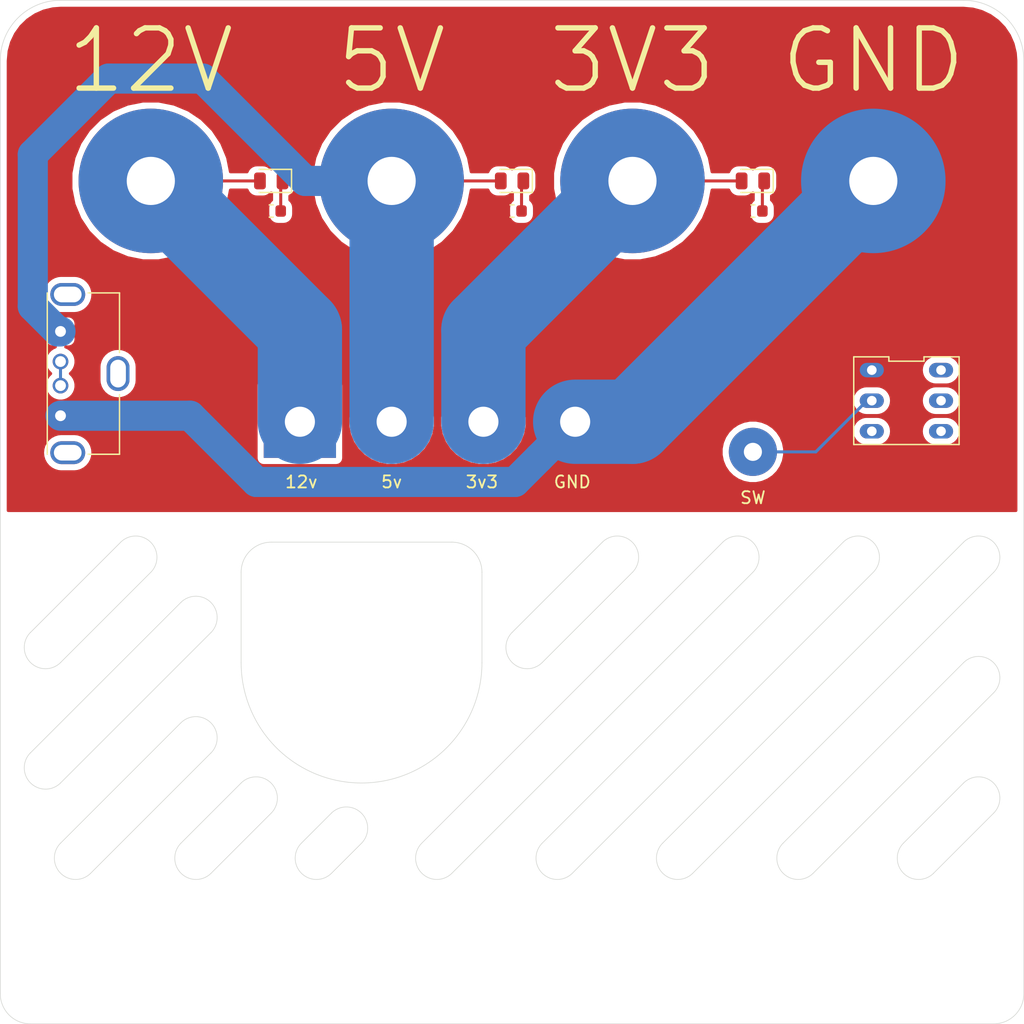
<source format=kicad_pcb>
(kicad_pcb (version 20171130) (host pcbnew "(5.1.5-0-10_14)")

  (general
    (thickness 1.6)
    (drawings 67)
    (tracks 32)
    (zones 0)
    (modules 16)
    (nets 11)
  )

  (page A4)
  (layers
    (0 F.Cu signal)
    (31 B.Cu signal)
    (32 B.Adhes user)
    (33 F.Adhes user)
    (34 B.Paste user)
    (35 F.Paste user)
    (36 B.SilkS user)
    (37 F.SilkS user)
    (38 B.Mask user)
    (39 F.Mask user)
    (40 Dwgs.User user)
    (41 Cmts.User user)
    (42 Eco1.User user)
    (43 Eco2.User user)
    (44 Edge.Cuts user)
    (45 Margin user)
    (46 B.CrtYd user)
    (47 F.CrtYd user)
    (48 B.Fab user)
    (49 F.Fab user)
  )

  (setup
    (last_trace_width 0.25)
    (user_trace_width 2.5)
    (user_trace_width 5)
    (user_trace_width 7)
    (user_trace_width 10)
    (trace_clearance 0.2)
    (zone_clearance 0.508)
    (zone_45_only no)
    (trace_min 0.2)
    (via_size 0.8)
    (via_drill 0.4)
    (via_min_size 0.4)
    (via_min_drill 0.3)
    (uvia_size 0.3)
    (uvia_drill 0.1)
    (uvias_allowed no)
    (uvia_min_size 0.2)
    (uvia_min_drill 0.1)
    (edge_width 0.05)
    (segment_width 0.2)
    (pcb_text_width 0.3)
    (pcb_text_size 1.5 1.5)
    (mod_edge_width 0.12)
    (mod_text_size 1 1)
    (mod_text_width 0.15)
    (pad_size 1.524 1.524)
    (pad_drill 0.762)
    (pad_to_mask_clearance 0.051)
    (solder_mask_min_width 0.25)
    (aux_axis_origin 0 0)
    (visible_elements FFFFFF7F)
    (pcbplotparams
      (layerselection 0x010fc_ffffffff)
      (usegerberextensions false)
      (usegerberattributes false)
      (usegerberadvancedattributes false)
      (creategerberjobfile false)
      (excludeedgelayer true)
      (linewidth 0.100000)
      (plotframeref false)
      (viasonmask false)
      (mode 1)
      (useauxorigin false)
      (hpglpennumber 1)
      (hpglpenspeed 20)
      (hpglpendiameter 15.000000)
      (psnegative false)
      (psa4output false)
      (plotreference true)
      (plotvalue true)
      (plotinvisibletext false)
      (padsonsilk false)
      (subtractmaskfromsilk false)
      (outputformat 1)
      (mirror false)
      (drillshape 1)
      (scaleselection 1)
      (outputdirectory ""))
  )

  (net 0 "")
  (net 1 "Net-(D1-Pad1)")
  (net 2 "Net-(D2-Pad1)")
  (net 3 "Net-(D3-Pad1)")
  (net 4 "Net-(J6-Pad1)")
  (net 5 "Net-(J7-Pad5)")
  (net 6 "Net-(J7-Pad2)")
  (net 7 GND)
  (net 8 /12V)
  (net 9 /5V)
  (net 10 /3V3)

  (net_class Default "This is the default net class."
    (clearance 0.2)
    (trace_width 0.25)
    (via_dia 0.8)
    (via_drill 0.4)
    (uvia_dia 0.3)
    (uvia_drill 0.1)
    (add_net /12V)
    (add_net /3V3)
    (add_net /5V)
    (add_net GND)
    (add_net "Net-(D1-Pad1)")
    (add_net "Net-(D2-Pad1)")
    (add_net "Net-(D3-Pad1)")
    (add_net "Net-(J6-Pad1)")
    (add_net "Net-(J7-Pad2)")
    (add_net "Net-(J7-Pad5)")
  )

  (module HW-lab-power:552-0100 (layer F.Cu) (tedit 5E135D51) (tstamp 5E13951E)
    (at 180 72.5)
    (path /5E134F91)
    (fp_text reference J4 (at 0 0.5) (layer F.SilkS) hide
      (effects (font (size 1 1) (thickness 0.15)))
    )
    (fp_text value GND (at 0 -0.5) (layer F.Fab)
      (effects (font (size 1 1) (thickness 0.15)))
    )
    (pad 1 thru_hole circle (at 0 0) (size 12 12) (drill 4) (layers *.Cu *.Mask)
      (net 7 GND))
  )

  (module HW-lab-power:552-0100 (layer F.Cu) (tedit 5E135D51) (tstamp 5E13939E)
    (at 160 72.5)
    (path /5E134B30)
    (fp_text reference J3 (at 0 0.5) (layer F.SilkS) hide
      (effects (font (size 1 1) (thickness 0.15)))
    )
    (fp_text value +3V3 (at 0 -0.5) (layer F.Fab)
      (effects (font (size 1 1) (thickness 0.15)))
    )
    (pad 1 thru_hole circle (at 0 0) (size 12 12) (drill 4) (layers *.Cu *.Mask)
      (net 10 /3V3))
  )

  (module HW-lab-power:552-0100 (layer F.Cu) (tedit 5E135D51) (tstamp 5E139394)
    (at 140 72.5)
    (path /5E134262)
    (fp_text reference J2 (at 0 0.5) (layer F.SilkS) hide
      (effects (font (size 1 1) (thickness 0.15)))
    )
    (fp_text value +5V (at 0 -0.5) (layer F.Fab)
      (effects (font (size 1 1) (thickness 0.15)))
    )
    (pad 1 thru_hole circle (at 0 0) (size 12 12) (drill 4) (layers *.Cu *.Mask)
      (net 9 /5V))
  )

  (module HW-lab-power:552-0100 (layer F.Cu) (tedit 5E135D51) (tstamp 5E13938A)
    (at 120 72.5)
    (path /5E133ACB)
    (fp_text reference J1 (at 0 0.5) (layer F.SilkS) hide
      (effects (font (size 1 1) (thickness 0.15)))
    )
    (fp_text value +12V (at 0 -0.5) (layer F.Fab)
      (effects (font (size 1 1) (thickness 0.15)))
    )
    (pad 1 thru_hole circle (at 0 0) (size 12 12) (drill 4) (layers *.Cu *.Mask)
      (net 8 /12V))
  )

  (module HW-lab-power:DIP-6_226_ELL (layer F.Cu) (tedit 0) (tstamp 5E13D9A3)
    (at 182.75 90.75 270)
    (path /5E13B914)
    (fp_text reference SW1 (at -4.64 0) (layer F.SilkS) hide
      (effects (font (size 1 1) (thickness 0.15)))
    )
    (fp_text value SW_SPST (at 0 0 90) (layer F.Fab)
      (effects (font (size 1 1) (thickness 0.15)))
    )
    (fp_line (start -3.39 4.13) (end -3.39 -4.13) (layer F.CrtYd) (width 0.05))
    (fp_line (start 3.39 4.13) (end -3.39 4.13) (layer F.CrtYd) (width 0.05))
    (fp_line (start 3.39 -4.13) (end 3.39 4.13) (layer F.CrtYd) (width 0.05))
    (fp_line (start -3.39 -4.13) (end 3.39 -4.13) (layer F.CrtYd) (width 0.05))
    (fp_line (start -3.64 1.458333) (end -3.64 4.375) (layer F.SilkS) (width 0.12))
    (fp_line (start -3.28 1.458333) (end -3.64 1.458333) (layer F.SilkS) (width 0.12))
    (fp_line (start -3.28 -1.458333) (end -3.28 1.458333) (layer F.SilkS) (width 0.12))
    (fp_line (start -3.64 -1.458333) (end -3.28 -1.458333) (layer F.SilkS) (width 0.12))
    (fp_line (start -3.639999 -4.375) (end -3.64 -1.458333) (layer F.SilkS) (width 0.12))
    (fp_line (start 3.64 -4.375) (end -3.639999 -4.375) (layer F.SilkS) (width 0.12))
    (fp_line (start 3.639999 4.375) (end 3.64 -4.375) (layer F.SilkS) (width 0.12))
    (fp_line (start -3.64 4.375) (end 3.639999 4.375) (layer F.SilkS) (width 0.12))
    (pad 3 thru_hole oval (at 2.54 2.875 270) (size 1.2 2) (drill 0.8) (layers *.Cu *.Mask))
    (pad 4 thru_hole oval (at 2.54 -2.875 270) (size 1.2 2) (drill 0.8) (layers *.Cu *.Mask))
    (pad 2 thru_hole oval (at 0 2.875 270) (size 1.2 2) (drill 0.8) (layers *.Cu *.Mask)
      (net 4 "Net-(J6-Pad1)"))
    (pad 5 thru_hole oval (at 0 -2.875 270) (size 1.2 2) (drill 0.8) (layers *.Cu *.Mask))
    (pad 1 thru_hole oval (at -2.54 2.875 270) (size 1.2 2) (drill 0.8) (layers *.Cu *.Mask)
      (net 7 GND))
    (pad 6 thru_hole oval (at -2.54 -2.875 270) (size 1.2 2) (drill 0.8) (layers *.Cu *.Mask))
  )

  (module Connector_USB:USB_A_Molex_105057_Vertical (layer F.Cu) (tedit 5C671087) (tstamp 5E13B3D3)
    (at 112.5 85 270)
    (descr https://www.molex.com/pdm_docs/sd/1050570001_sd.pdf)
    (tags "USB A Vertical")
    (path /5E159BAB)
    (fp_text reference J7 (at 4.4 -7.05 90) (layer F.SilkS) hide
      (effects (font (size 1 1) (thickness 0.15)))
    )
    (fp_text value USB_A (at 3.5 2.4 90) (layer F.Fab)
      (effects (font (size 1 1) (thickness 0.15)))
    )
    (fp_line (start 10.2 1.1) (end -3.2 1.1) (layer F.SilkS) (width 0.12))
    (fp_line (start 10.2 -4.9) (end 5.25 -4.9) (layer F.SilkS) (width 0.12))
    (fp_line (start 10.2 -4.9) (end 10.2 -2.3) (layer F.SilkS) (width 0.12))
    (fp_line (start -3.2 -4.9) (end -3.2 -2.3) (layer F.SilkS) (width 0.12))
    (fp_line (start -3.2 -4.9) (end 1.75 -4.9) (layer F.SilkS) (width 0.12))
    (fp_line (start 10.05 0.96) (end 0.65 0.96) (layer F.Fab) (width 0.1))
    (fp_line (start -0.65 0.96) (end -3.05 0.96) (layer F.Fab) (width 0.1))
    (fp_line (start 0 0.2) (end 0.65 0.96) (layer F.Fab) (width 0.1))
    (fp_line (start -0.65 0.96) (end 0 0.2) (layer F.Fab) (width 0.1))
    (fp_line (start -4.52 -6.23) (end 11.52 -6.23) (layer F.CrtYd) (width 0.05))
    (fp_line (start -4.52 1.46) (end -4.52 -6.23) (layer F.CrtYd) (width 0.05))
    (fp_line (start 11.52 1.46) (end -4.52 1.46) (layer F.CrtYd) (width 0.05))
    (fp_line (start 11.52 -6.23) (end 11.52 1.46) (layer F.CrtYd) (width 0.05))
    (fp_line (start -3.05 0.96) (end -3.05 -4.76) (layer F.Fab) (width 0.1))
    (fp_line (start 10.05 -4.76) (end 10.05 0.96) (layer F.Fab) (width 0.1))
    (fp_line (start -3.05 -4.76) (end 10.05 -4.76) (layer F.Fab) (width 0.1))
    (fp_text user %R (at 3.45 -2.15 270) (layer F.Fab) hide
      (effects (font (size 1 1) (thickness 0.15)))
    )
    (pad 5 thru_hole oval (at 3.5 -4.78) (size 1.9 2.9) (drill oval 1.3 2.3) (layers *.Cu *.Mask)
      (net 5 "Net-(J7-Pad5)"))
    (pad 5 thru_hole oval (at 10.07 -0.6 270) (size 1.9 2.9) (drill oval 1.3 2.3) (layers *.Cu *.Mask)
      (net 5 "Net-(J7-Pad5)"))
    (pad 5 thru_hole oval (at -3.07 -0.6 90) (size 1.9 2.9) (drill oval 1.3 2.3) (layers *.Cu *.Mask)
      (net 5 "Net-(J7-Pad5)"))
    (pad 4 thru_hole circle (at 7 0 270) (size 1.3 1.3) (drill 0.9) (layers *.Cu *.Mask)
      (net 7 GND))
    (pad 3 thru_hole circle (at 4.5 0 270) (size 1.3 1.3) (drill 0.9) (layers *.Cu *.Mask)
      (net 6 "Net-(J7-Pad2)"))
    (pad 2 thru_hole circle (at 2.5 0 270) (size 1.3 1.3) (drill 0.9) (layers *.Cu *.Mask)
      (net 6 "Net-(J7-Pad2)"))
    (pad 1 thru_hole rect (at 0 0 270) (size 1.3 1.3) (drill 0.9) (layers *.Cu *.Mask)
      (net 9 /5V))
    (model ${KISYS3DMOD}/Connector_USB.3dshapes/USB_A_Molex_105057_Vertical.wrl
      (at (xyz 0 0 0))
      (scale (xyz 1 1 1))
      (rotate (xyz 0 0 0))
    )
  )

  (module MountingHole:MountingHole_3.7mm (layer F.Cu) (tedit 56D1B4CB) (tstamp 5E139B5E)
    (at 177.5 135)
    (descr "Mounting Hole 3.7mm, no annular")
    (tags "mounting hole 3.7mm no annular")
    (path /5E1519D8)
    (attr virtual)
    (fp_text reference H2 (at 0 -4.7) (layer F.SilkS) hide
      (effects (font (size 1 1) (thickness 0.15)))
    )
    (fp_text value MountingHole (at 0 4.7) (layer F.Fab)
      (effects (font (size 1 1) (thickness 0.15)))
    )
    (fp_circle (center 0 0) (end 3.95 0) (layer F.CrtYd) (width 0.05))
    (fp_circle (center 0 0) (end 3.7 0) (layer Cmts.User) (width 0.15))
    (fp_text user %R (at 0.3 0) (layer F.Fab) hide
      (effects (font (size 1 1) (thickness 0.15)))
    )
    (pad 1 np_thru_hole circle (at 0 0) (size 3.7 3.7) (drill 3.7) (layers *.Cu *.Mask))
  )

  (module MountingHole:MountingHole_3.7mm (layer F.Cu) (tedit 56D1B4CB) (tstamp 5E139B56)
    (at 122.5 135)
    (descr "Mounting Hole 3.7mm, no annular")
    (tags "mounting hole 3.7mm no annular")
    (path /5E1510FF)
    (attr virtual)
    (fp_text reference H1 (at 0 -4.7) (layer F.SilkS) hide
      (effects (font (size 1 1) (thickness 0.15)))
    )
    (fp_text value MountingHole (at 0 4.7) (layer F.Fab)
      (effects (font (size 1 1) (thickness 0.15)))
    )
    (fp_circle (center 0 0) (end 3.95 0) (layer F.CrtYd) (width 0.05))
    (fp_circle (center 0 0) (end 3.7 0) (layer Cmts.User) (width 0.15))
    (fp_text user %R (at 0.3 0) (layer F.Fab) hide
      (effects (font (size 1 1) (thickness 0.15)))
    )
    (pad 1 np_thru_hole circle (at 0 0) (size 3.7 3.7) (drill 3.7) (layers *.Cu *.Mask))
  )

  (module Resistor_SMD:R_0603_1608Metric (layer F.Cu) (tedit 5B301BBD) (tstamp 5E1393F2)
    (at 170 75 180)
    (descr "Resistor SMD 0603 (1608 Metric), square (rectangular) end terminal, IPC_7351 nominal, (Body size source: http://www.tortai-tech.com/upload/download/2011102023233369053.pdf), generated with kicad-footprint-generator")
    (tags resistor)
    (path /5E140F1A)
    (attr smd)
    (fp_text reference R3 (at 0 -1.43) (layer F.SilkS) hide
      (effects (font (size 1 1) (thickness 0.15)))
    )
    (fp_text value 680r (at 0 1.43) (layer F.Fab)
      (effects (font (size 1 1) (thickness 0.15)))
    )
    (fp_text user %R (at 0 0) (layer F.Fab) hide
      (effects (font (size 0.4 0.4) (thickness 0.06)))
    )
    (fp_line (start 1.48 0.73) (end -1.48 0.73) (layer F.CrtYd) (width 0.05))
    (fp_line (start 1.48 -0.73) (end 1.48 0.73) (layer F.CrtYd) (width 0.05))
    (fp_line (start -1.48 -0.73) (end 1.48 -0.73) (layer F.CrtYd) (width 0.05))
    (fp_line (start -1.48 0.73) (end -1.48 -0.73) (layer F.CrtYd) (width 0.05))
    (fp_line (start -0.162779 0.51) (end 0.162779 0.51) (layer F.SilkS) (width 0.12))
    (fp_line (start -0.162779 -0.51) (end 0.162779 -0.51) (layer F.SilkS) (width 0.12))
    (fp_line (start 0.8 0.4) (end -0.8 0.4) (layer F.Fab) (width 0.1))
    (fp_line (start 0.8 -0.4) (end 0.8 0.4) (layer F.Fab) (width 0.1))
    (fp_line (start -0.8 -0.4) (end 0.8 -0.4) (layer F.Fab) (width 0.1))
    (fp_line (start -0.8 0.4) (end -0.8 -0.4) (layer F.Fab) (width 0.1))
    (pad 2 smd roundrect (at 0.7875 0 180) (size 0.875 0.95) (layers F.Cu F.Paste F.Mask) (roundrect_rratio 0.25)
      (net 7 GND))
    (pad 1 smd roundrect (at -0.7875 0 180) (size 0.875 0.95) (layers F.Cu F.Paste F.Mask) (roundrect_rratio 0.25)
      (net 3 "Net-(D3-Pad1)"))
    (model ${KISYS3DMOD}/Resistor_SMD.3dshapes/R_0603_1608Metric.wrl
      (at (xyz 0 0 0))
      (scale (xyz 1 1 1))
      (rotate (xyz 0 0 0))
    )
  )

  (module Resistor_SMD:R_0603_1608Metric (layer F.Cu) (tedit 5B301BBD) (tstamp 5E13E39D)
    (at 150 75 180)
    (descr "Resistor SMD 0603 (1608 Metric), square (rectangular) end terminal, IPC_7351 nominal, (Body size source: http://www.tortai-tech.com/upload/download/2011102023233369053.pdf), generated with kicad-footprint-generator")
    (tags resistor)
    (path /5E14428F)
    (attr smd)
    (fp_text reference R2 (at 0 -1.43) (layer F.SilkS) hide
      (effects (font (size 1 1) (thickness 0.15)))
    )
    (fp_text value 1k5 (at 0 1.43) (layer F.Fab)
      (effects (font (size 1 1) (thickness 0.15)))
    )
    (fp_text user %R (at 0 0) (layer F.Fab) hide
      (effects (font (size 0.4 0.4) (thickness 0.06)))
    )
    (fp_line (start 1.48 0.73) (end -1.48 0.73) (layer F.CrtYd) (width 0.05))
    (fp_line (start 1.48 -0.73) (end 1.48 0.73) (layer F.CrtYd) (width 0.05))
    (fp_line (start -1.48 -0.73) (end 1.48 -0.73) (layer F.CrtYd) (width 0.05))
    (fp_line (start -1.48 0.73) (end -1.48 -0.73) (layer F.CrtYd) (width 0.05))
    (fp_line (start -0.162779 0.51) (end 0.162779 0.51) (layer F.SilkS) (width 0.12))
    (fp_line (start -0.162779 -0.51) (end 0.162779 -0.51) (layer F.SilkS) (width 0.12))
    (fp_line (start 0.8 0.4) (end -0.8 0.4) (layer F.Fab) (width 0.1))
    (fp_line (start 0.8 -0.4) (end 0.8 0.4) (layer F.Fab) (width 0.1))
    (fp_line (start -0.8 -0.4) (end 0.8 -0.4) (layer F.Fab) (width 0.1))
    (fp_line (start -0.8 0.4) (end -0.8 -0.4) (layer F.Fab) (width 0.1))
    (pad 2 smd roundrect (at 0.7875 0 180) (size 0.875 0.95) (layers F.Cu F.Paste F.Mask) (roundrect_rratio 0.25)
      (net 7 GND))
    (pad 1 smd roundrect (at -0.7875 0 180) (size 0.875 0.95) (layers F.Cu F.Paste F.Mask) (roundrect_rratio 0.25)
      (net 2 "Net-(D2-Pad1)"))
    (model ${KISYS3DMOD}/Resistor_SMD.3dshapes/R_0603_1608Metric.wrl
      (at (xyz 0 0 0))
      (scale (xyz 1 1 1))
      (rotate (xyz 0 0 0))
    )
  )

  (module Resistor_SMD:R_0603_1608Metric (layer F.Cu) (tedit 5B301BBD) (tstamp 5E13E26B)
    (at 130 75 180)
    (descr "Resistor SMD 0603 (1608 Metric), square (rectangular) end terminal, IPC_7351 nominal, (Body size source: http://www.tortai-tech.com/upload/download/2011102023233369053.pdf), generated with kicad-footprint-generator")
    (tags resistor)
    (path /5E14562F)
    (attr smd)
    (fp_text reference R1 (at 0 -1.43) (layer F.SilkS) hide
      (effects (font (size 1 1) (thickness 0.15)))
    )
    (fp_text value 5k6 (at 0 1.43) (layer F.Fab)
      (effects (font (size 1 1) (thickness 0.15)))
    )
    (fp_text user %R (at 0 0) (layer F.Fab) hide
      (effects (font (size 0.4 0.4) (thickness 0.06)))
    )
    (fp_line (start 1.48 0.73) (end -1.48 0.73) (layer F.CrtYd) (width 0.05))
    (fp_line (start 1.48 -0.73) (end 1.48 0.73) (layer F.CrtYd) (width 0.05))
    (fp_line (start -1.48 -0.73) (end 1.48 -0.73) (layer F.CrtYd) (width 0.05))
    (fp_line (start -1.48 0.73) (end -1.48 -0.73) (layer F.CrtYd) (width 0.05))
    (fp_line (start -0.162779 0.51) (end 0.162779 0.51) (layer F.SilkS) (width 0.12))
    (fp_line (start -0.162779 -0.51) (end 0.162779 -0.51) (layer F.SilkS) (width 0.12))
    (fp_line (start 0.8 0.4) (end -0.8 0.4) (layer F.Fab) (width 0.1))
    (fp_line (start 0.8 -0.4) (end 0.8 0.4) (layer F.Fab) (width 0.1))
    (fp_line (start -0.8 -0.4) (end 0.8 -0.4) (layer F.Fab) (width 0.1))
    (fp_line (start -0.8 0.4) (end -0.8 -0.4) (layer F.Fab) (width 0.1))
    (pad 2 smd roundrect (at 0.7875 0 180) (size 0.875 0.95) (layers F.Cu F.Paste F.Mask) (roundrect_rratio 0.25)
      (net 7 GND))
    (pad 1 smd roundrect (at -0.7875 0 180) (size 0.875 0.95) (layers F.Cu F.Paste F.Mask) (roundrect_rratio 0.25)
      (net 1 "Net-(D1-Pad1)"))
    (model ${KISYS3DMOD}/Resistor_SMD.3dshapes/R_0603_1608Metric.wrl
      (at (xyz 0 0 0))
      (scale (xyz 1 1 1))
      (rotate (xyz 0 0 0))
    )
  )

  (module Connector_Wire:SolderWirePad_1x01_Drill1.5mm (layer F.Cu) (tedit 5AEE5EB3) (tstamp 5E1393BF)
    (at 170 95)
    (descr "Wire solder connection")
    (tags connector)
    (path /5E139270)
    (attr virtual)
    (fp_text reference J6 (at 0 -3.81) (layer F.SilkS) hide
      (effects (font (size 1 1) (thickness 0.15)))
    )
    (fp_text value SW (at 0 3.81) (layer F.SilkS)
      (effects (font (size 1 1) (thickness 0.15)))
    )
    (fp_line (start 2.5 2.5) (end -2.5 2.5) (layer F.CrtYd) (width 0.05))
    (fp_line (start 2.5 2.5) (end 2.5 -2.5) (layer F.CrtYd) (width 0.05))
    (fp_line (start -2.5 -2.5) (end -2.5 2.5) (layer F.CrtYd) (width 0.05))
    (fp_line (start -2.5 -2.5) (end 2.5 -2.5) (layer F.CrtYd) (width 0.05))
    (fp_text user %R (at 0 0) (layer F.Fab) hide
      (effects (font (size 1 1) (thickness 0.15)))
    )
    (pad 1 thru_hole circle (at 0 0) (size 4.0005 4.0005) (drill 1.50114) (layers *.Cu *.Mask)
      (net 4 "Net-(J6-Pad1)"))
  )

  (module Connector_Wire:SolderWirePad_1x04_P7.62mm_Drill2.5mm (layer F.Cu) (tedit 5AEE6025) (tstamp 5E1395E3)
    (at 132.38 92.5)
    (descr "Wire solder connection")
    (tags connector)
    (path /5E13884E)
    (attr virtual)
    (fp_text reference J5 (at 11.43 -5.08) (layer F.SilkS) hide
      (effects (font (size 1 1) (thickness 0.15)))
    )
    (fp_text value PWR (at 11.43 6.35) (layer F.Fab)
      (effects (font (size 1 1) (thickness 0.15)))
    )
    (fp_line (start 26.36 3.5) (end -3.5 3.5) (layer F.CrtYd) (width 0.05))
    (fp_line (start 26.36 3.5) (end 26.36 -3.5) (layer F.CrtYd) (width 0.05))
    (fp_line (start -3.5 -3.5) (end -3.5 3.5) (layer F.CrtYd) (width 0.05))
    (fp_line (start -3.5 -3.5) (end 26.36 -3.5) (layer F.CrtYd) (width 0.05))
    (fp_text user %R (at 11.43 0) (layer F.Fab) hide
      (effects (font (size 1 1) (thickness 0.15)))
    )
    (pad 4 thru_hole circle (at 22.86 0) (size 5.99948 5.99948) (drill 2.49936) (layers *.Cu *.Mask)
      (net 7 GND))
    (pad 3 thru_hole circle (at 15.24 0) (size 5.99948 5.99948) (drill 2.49936) (layers *.Cu *.Mask)
      (net 10 /3V3))
    (pad 2 thru_hole circle (at 7.62 0) (size 5.99948 5.99948) (drill 2.49936) (layers *.Cu *.Mask)
      (net 9 /5V))
    (pad 1 thru_hole rect (at 0 0) (size 5.99948 5.99948) (drill 2.49936) (layers *.Cu *.Mask)
      (net 8 /12V))
  )

  (module LED_SMD:LED_0805_2012Metric (layer F.Cu) (tedit 5B36C52C) (tstamp 5E139380)
    (at 170 72.5 180)
    (descr "LED SMD 0805 (2012 Metric), square (rectangular) end terminal, IPC_7351 nominal, (Body size source: https://docs.google.com/spreadsheets/d/1BsfQQcO9C6DZCsRaXUlFlo91Tg2WpOkGARC1WS5S8t0/edit?usp=sharing), generated with kicad-footprint-generator")
    (tags diode)
    (path /5E13EDEF)
    (attr smd)
    (fp_text reference D3 (at 0 -1.65) (layer F.SilkS) hide
      (effects (font (size 1 1) (thickness 0.15)))
    )
    (fp_text value LED_Small (at 0 1.65) (layer F.Fab)
      (effects (font (size 1 1) (thickness 0.15)))
    )
    (fp_text user %R (at 0 0) (layer F.Fab) hide
      (effects (font (size 0.5 0.5) (thickness 0.08)))
    )
    (fp_line (start 1.68 0.95) (end -1.68 0.95) (layer F.CrtYd) (width 0.05))
    (fp_line (start 1.68 -0.95) (end 1.68 0.95) (layer F.CrtYd) (width 0.05))
    (fp_line (start -1.68 -0.95) (end 1.68 -0.95) (layer F.CrtYd) (width 0.05))
    (fp_line (start -1.68 0.95) (end -1.68 -0.95) (layer F.CrtYd) (width 0.05))
    (fp_line (start -1.685 0.96) (end 1 0.96) (layer F.SilkS) (width 0.12))
    (fp_line (start -1.685 -0.96) (end -1.685 0.96) (layer F.SilkS) (width 0.12))
    (fp_line (start 1 -0.96) (end -1.685 -0.96) (layer F.SilkS) (width 0.12))
    (fp_line (start 1 0.6) (end 1 -0.6) (layer F.Fab) (width 0.1))
    (fp_line (start -1 0.6) (end 1 0.6) (layer F.Fab) (width 0.1))
    (fp_line (start -1 -0.3) (end -1 0.6) (layer F.Fab) (width 0.1))
    (fp_line (start -0.7 -0.6) (end -1 -0.3) (layer F.Fab) (width 0.1))
    (fp_line (start 1 -0.6) (end -0.7 -0.6) (layer F.Fab) (width 0.1))
    (pad 2 smd roundrect (at 0.9375 0 180) (size 0.975 1.4) (layers F.Cu F.Paste F.Mask) (roundrect_rratio 0.25)
      (net 10 /3V3))
    (pad 1 smd roundrect (at -0.9375 0 180) (size 0.975 1.4) (layers F.Cu F.Paste F.Mask) (roundrect_rratio 0.25)
      (net 3 "Net-(D3-Pad1)"))
    (model ${KISYS3DMOD}/LED_SMD.3dshapes/LED_0805_2012Metric.wrl
      (at (xyz 0 0 0))
      (scale (xyz 1 1 1))
      (rotate (xyz 0 0 0))
    )
  )

  (module LED_SMD:LED_0805_2012Metric (layer F.Cu) (tedit 5B36C52C) (tstamp 5E13E3CF)
    (at 150 72.5 180)
    (descr "LED SMD 0805 (2012 Metric), square (rectangular) end terminal, IPC_7351 nominal, (Body size source: https://docs.google.com/spreadsheets/d/1BsfQQcO9C6DZCsRaXUlFlo91Tg2WpOkGARC1WS5S8t0/edit?usp=sharing), generated with kicad-footprint-generator")
    (tags diode)
    (path /5E13E7AC)
    (attr smd)
    (fp_text reference D2 (at 0 -1.65) (layer F.SilkS) hide
      (effects (font (size 1 1) (thickness 0.15)))
    )
    (fp_text value LED_Small (at 0 1.65) (layer F.Fab)
      (effects (font (size 1 1) (thickness 0.15)))
    )
    (fp_text user %R (at 0 0) (layer F.Fab) hide
      (effects (font (size 0.5 0.5) (thickness 0.08)))
    )
    (fp_line (start 1.68 0.95) (end -1.68 0.95) (layer F.CrtYd) (width 0.05))
    (fp_line (start 1.68 -0.95) (end 1.68 0.95) (layer F.CrtYd) (width 0.05))
    (fp_line (start -1.68 -0.95) (end 1.68 -0.95) (layer F.CrtYd) (width 0.05))
    (fp_line (start -1.68 0.95) (end -1.68 -0.95) (layer F.CrtYd) (width 0.05))
    (fp_line (start -1.685 0.96) (end 1 0.96) (layer F.SilkS) (width 0.12))
    (fp_line (start -1.685 -0.96) (end -1.685 0.96) (layer F.SilkS) (width 0.12))
    (fp_line (start 1 -0.96) (end -1.685 -0.96) (layer F.SilkS) (width 0.12))
    (fp_line (start 1 0.6) (end 1 -0.6) (layer F.Fab) (width 0.1))
    (fp_line (start -1 0.6) (end 1 0.6) (layer F.Fab) (width 0.1))
    (fp_line (start -1 -0.3) (end -1 0.6) (layer F.Fab) (width 0.1))
    (fp_line (start -0.7 -0.6) (end -1 -0.3) (layer F.Fab) (width 0.1))
    (fp_line (start 1 -0.6) (end -0.7 -0.6) (layer F.Fab) (width 0.1))
    (pad 2 smd roundrect (at 0.9375 0 180) (size 0.975 1.4) (layers F.Cu F.Paste F.Mask) (roundrect_rratio 0.25)
      (net 9 /5V))
    (pad 1 smd roundrect (at -0.9375 0 180) (size 0.975 1.4) (layers F.Cu F.Paste F.Mask) (roundrect_rratio 0.25)
      (net 2 "Net-(D2-Pad1)"))
    (model ${KISYS3DMOD}/LED_SMD.3dshapes/LED_0805_2012Metric.wrl
      (at (xyz 0 0 0))
      (scale (xyz 1 1 1))
      (rotate (xyz 0 0 0))
    )
  )

  (module LED_SMD:LED_0805_2012Metric (layer F.Cu) (tedit 5B36C52C) (tstamp 5E13E29D)
    (at 130 72.5 180)
    (descr "LED SMD 0805 (2012 Metric), square (rectangular) end terminal, IPC_7351 nominal, (Body size source: https://docs.google.com/spreadsheets/d/1BsfQQcO9C6DZCsRaXUlFlo91Tg2WpOkGARC1WS5S8t0/edit?usp=sharing), generated with kicad-footprint-generator")
    (tags diode)
    (path /5E13CC8A)
    (attr smd)
    (fp_text reference D1 (at 0 -1.65) (layer F.SilkS) hide
      (effects (font (size 1 1) (thickness 0.15)))
    )
    (fp_text value LED_Small (at 0 1.65) (layer F.Fab)
      (effects (font (size 1 1) (thickness 0.15)))
    )
    (fp_text user %R (at 0 0) (layer F.Fab) hide
      (effects (font (size 0.5 0.5) (thickness 0.08)))
    )
    (fp_line (start 1.68 0.95) (end -1.68 0.95) (layer F.CrtYd) (width 0.05))
    (fp_line (start 1.68 -0.95) (end 1.68 0.95) (layer F.CrtYd) (width 0.05))
    (fp_line (start -1.68 -0.95) (end 1.68 -0.95) (layer F.CrtYd) (width 0.05))
    (fp_line (start -1.68 0.95) (end -1.68 -0.95) (layer F.CrtYd) (width 0.05))
    (fp_line (start -1.685 0.96) (end 1 0.96) (layer F.SilkS) (width 0.12))
    (fp_line (start -1.685 -0.96) (end -1.685 0.96) (layer F.SilkS) (width 0.12))
    (fp_line (start 1 -0.96) (end -1.685 -0.96) (layer F.SilkS) (width 0.12))
    (fp_line (start 1 0.6) (end 1 -0.6) (layer F.Fab) (width 0.1))
    (fp_line (start -1 0.6) (end 1 0.6) (layer F.Fab) (width 0.1))
    (fp_line (start -1 -0.3) (end -1 0.6) (layer F.Fab) (width 0.1))
    (fp_line (start -0.7 -0.6) (end -1 -0.3) (layer F.Fab) (width 0.1))
    (fp_line (start 1 -0.6) (end -0.7 -0.6) (layer F.Fab) (width 0.1))
    (pad 2 smd roundrect (at 0.9375 0 180) (size 0.975 1.4) (layers F.Cu F.Paste F.Mask) (roundrect_rratio 0.25)
      (net 8 /12V))
    (pad 1 smd roundrect (at -0.9375 0 180) (size 0.975 1.4) (layers F.Cu F.Paste F.Mask) (roundrect_rratio 0.25)
      (net 1 "Net-(D1-Pad1)"))
    (model ${KISYS3DMOD}/LED_SMD.3dshapes/LED_0805_2012Metric.wrl
      (at (xyz 0 0 0))
      (scale (xyz 1 1 1))
      (rotate (xyz 0 0 0))
    )
  )

  (gr_text GND (at 155 97.5) (layer F.SilkS)
    (effects (font (size 1 1) (thickness 0.15)))
  )
  (gr_text "3v3\n" (at 147.5 97.5) (layer F.SilkS)
    (effects (font (size 1 1) (thickness 0.15)))
  )
  (gr_text 5v (at 140 97.5) (layer F.SilkS)
    (effects (font (size 1 1) (thickness 0.15)))
  )
  (gr_text 12v (at 132.5 97.5) (layer F.SilkS)
    (effects (font (size 1 1) (thickness 0.15)))
  )
  (gr_arc (start 128.75 123.75) (end 129.999999 124.999999) (angle -180) (layer Edge.Cuts) (width 0.05))
  (gr_arc (start 136.25 126.25) (end 137.499999 127.499999) (angle -180) (layer Edge.Cuts) (width 0.05))
  (gr_arc (start 151.25 111.25) (end 150.000001 110.000001) (angle -180) (layer Edge.Cuts) (width 0.05))
  (gr_arc (start 158.75 103.75) (end 159.999999 104.999999) (angle -180) (layer Edge.Cuts) (width 0.05))
  (gr_arc (start 168.75 103.75) (end 169.999999 104.999999) (angle -180) (layer Edge.Cuts) (width 0.05))
  (gr_arc (start 178.75 103.75) (end 179.999999 104.999999) (angle -180) (layer Edge.Cuts) (width 0.05))
  (gr_arc (start 188.75 103.75) (end 189.999999 104.999999) (angle -180) (layer Edge.Cuts) (width 0.05))
  (gr_arc (start 188.75 113.75) (end 189.999999 114.999999) (angle -180) (layer Edge.Cuts) (width 0.05))
  (gr_arc (start 188.75 123.75) (end 189.999999 124.999999) (angle -180) (layer Edge.Cuts) (width 0.05))
  (gr_arc (start 183.75 128.75) (end 182.500001 127.500001) (angle -180) (layer Edge.Cuts) (width 0.05))
  (gr_arc (start 173.75 128.75) (end 172.500001 127.500001) (angle -180) (layer Edge.Cuts) (width 0.05))
  (gr_arc (start 163.75 128.75) (end 162.500001 127.500001) (angle -180) (layer Edge.Cuts) (width 0.05))
  (gr_arc (start 153.75 128.75) (end 152.500001 127.500001) (angle -180) (layer Edge.Cuts) (width 0.05))
  (gr_arc (start 143.75 128.75) (end 142.500001 127.500001) (angle -180) (layer Edge.Cuts) (width 0.05))
  (gr_arc (start 133.75 128.75) (end 132.500001 127.500001) (angle -180) (layer Edge.Cuts) (width 0.05))
  (gr_arc (start 123.75 128.75) (end 122.500001 127.500001) (angle -180) (layer Edge.Cuts) (width 0.05))
  (gr_arc (start 113.75 128.75) (end 112.500001 127.500001) (angle -180) (layer Edge.Cuts) (width 0.05))
  (gr_arc (start 111.25 121.25) (end 110.000001 120.000001) (angle -180) (layer Edge.Cuts) (width 0.05))
  (gr_arc (start 123.75 118.75) (end 124.999999 119.999999) (angle -180) (layer Edge.Cuts) (width 0.05))
  (gr_arc (start 123.75 108.75) (end 124.999999 109.999999) (angle -180) (layer Edge.Cuts) (width 0.05))
  (gr_arc (start 118.75 103.75) (end 119.999999 104.999999) (angle -180) (layer Edge.Cuts) (width 0.05))
  (gr_arc (start 111.25 111.25) (end 110.000001 110.000001) (angle -180) (layer Edge.Cuts) (width 0.05))
  (gr_line (start 112.5 112.5) (end 117.5 107.5) (layer Edge.Cuts) (width 0.05) (tstamp 5E13B5B9))
  (gr_line (start 117.5 102.5) (end 110 110) (layer Edge.Cuts) (width 0.05))
  (gr_line (start 117.5 107.5) (end 120 105) (layer Edge.Cuts) (width 0.05))
  (gr_line (start 122.5 107.5) (end 110 120) (layer Edge.Cuts) (width 0.05))
  (gr_line (start 112.5 122.5) (end 125 110) (layer Edge.Cuts) (width 0.05))
  (gr_line (start 122.5 117.5) (end 112.5 127.5) (layer Edge.Cuts) (width 0.05))
  (gr_line (start 115 130) (end 125 120) (layer Edge.Cuts) (width 0.05))
  (gr_line (start 122.5 127.5) (end 127.5 122.5) (layer Edge.Cuts) (width 0.05))
  (gr_line (start 130 125) (end 125 130) (layer Edge.Cuts) (width 0.05))
  (gr_line (start 132.5 127.5) (end 135 125) (layer Edge.Cuts) (width 0.05))
  (gr_line (start 137.5 127.5) (end 135 130) (layer Edge.Cuts) (width 0.05))
  (gr_line (start 150 110) (end 157.5 102.5) (layer Edge.Cuts) (width 0.05))
  (gr_line (start 160 105) (end 152.5 112.5) (layer Edge.Cuts) (width 0.05))
  (gr_line (start 142.5 127.5) (end 167.5 102.5) (layer Edge.Cuts) (width 0.05))
  (gr_line (start 170 105) (end 145 130) (layer Edge.Cuts) (width 0.05))
  (gr_line (start 177.5 102.5) (end 152.5 127.5) (layer Edge.Cuts) (width 0.05))
  (gr_line (start 155 130) (end 180 105) (layer Edge.Cuts) (width 0.05))
  (gr_line (start 187.5 102.5) (end 162.5 127.5) (layer Edge.Cuts) (width 0.05))
  (gr_line (start 165 130) (end 190 105) (layer Edge.Cuts) (width 0.05))
  (gr_line (start 187.5 112.5) (end 172.5 127.5) (layer Edge.Cuts) (width 0.05))
  (gr_line (start 175 130) (end 190 115) (layer Edge.Cuts) (width 0.05))
  (gr_line (start 187.5 122.5) (end 182.5 127.5) (layer Edge.Cuts) (width 0.05))
  (gr_line (start 185 130) (end 190 125) (layer Edge.Cuts) (width 0.05))
  (gr_arc (start 190 140) (end 190 142.5) (angle -90) (layer Edge.Cuts) (width 0.05))
  (gr_arc (start 110 140) (end 107.5 140) (angle -90) (layer Edge.Cuts) (width 0.05))
  (gr_arc (start 187.5 62.5) (end 192.5 62.5) (angle -90) (layer Edge.Cuts) (width 0.05))
  (gr_arc (start 112.5 62.5) (end 112.5 57.5) (angle -90) (layer Edge.Cuts) (width 0.05))
  (gr_text GND (at 180 62.5) (layer F.SilkS)
    (effects (font (size 5 5) (thickness 0.45)))
  )
  (gr_text 3V3 (at 160 62.5) (layer F.SilkS)
    (effects (font (size 5 5) (thickness 0.45)))
  )
  (gr_text 5V (at 140 62.5) (layer F.SilkS)
    (effects (font (size 5 5) (thickness 0.45)))
  )
  (gr_text 12V (at 120 62.5) (layer F.SilkS)
    (effects (font (size 5 5) (thickness 0.45)))
  )
  (gr_arc (start 145 105) (end 147.5 105) (angle -90) (layer Edge.Cuts) (width 0.05))
  (gr_arc (start 130 105) (end 130 102.5) (angle -90) (layer Edge.Cuts) (width 0.05))
  (gr_arc (start 137.5 112.5) (end 127.5 112.5) (angle -180) (layer Edge.Cuts) (width 0.05))
  (gr_line (start 147.5 105) (end 147.5 112.5) (layer Edge.Cuts) (width 0.05))
  (gr_line (start 130 102.5) (end 145 102.5) (layer Edge.Cuts) (width 0.05))
  (gr_line (start 127.5 112.5) (end 127.5 105) (layer Edge.Cuts) (width 0.05))
  (gr_line (start 107.5 62.5) (end 107.5 140) (layer Edge.Cuts) (width 0.05) (tstamp 5E139492))
  (gr_line (start 187.5 57.5) (end 112.5 57.5) (layer Edge.Cuts) (width 0.05))
  (gr_line (start 192.5 140) (end 192.5 62.5) (layer Edge.Cuts) (width 0.05))
  (gr_line (start 110 142.5) (end 190 142.5) (layer Edge.Cuts) (width 0.05))

  (segment (start 132.38 84.88) (end 120 72.5) (width 7) (layer B.Cu) (net 8))
  (segment (start 132.38 92.5) (end 132.38 84.88) (width 7) (layer B.Cu) (net 8))
  (segment (start 129.0625 72.5) (end 120 72.5) (width 0.25) (layer F.Cu) (net 8))
  (segment (start 130.7875 72.65) (end 130.9375 72.5) (width 0.25) (layer F.Cu) (net 1))
  (segment (start 130.7875 75) (end 130.7875 72.65) (width 0.25) (layer F.Cu) (net 1) (tstamp 5E13E2C2))
  (segment (start 140 92.5) (end 140 72.5) (width 7) (layer B.Cu) (net 9))
  (segment (start 110.19999 82.924116) (end 112.275874 85) (width 2.5) (layer B.Cu) (net 9))
  (segment (start 116.5 64) (end 110.19999 70.30001) (width 2.5) (layer B.Cu) (net 9))
  (segment (start 112.275874 85) (end 112.5 85) (width 2.5) (layer B.Cu) (net 9))
  (segment (start 124.315796 64) (end 116.5 64) (width 2.5) (layer B.Cu) (net 9))
  (segment (start 110.19999 70.30001) (end 110.19999 82.924116) (width 2.5) (layer B.Cu) (net 9))
  (segment (start 132.815796 72.5) (end 124.315796 64) (width 2.5) (layer B.Cu) (net 9))
  (segment (start 140 72.5) (end 132.815796 72.5) (width 2.5) (layer B.Cu) (net 9))
  (segment (start 140 72.5) (end 149.0625 72.5) (width 0.25) (layer F.Cu) (net 9))
  (segment (start 150.7875 72.65) (end 150.9375 72.5) (width 0.25) (layer F.Cu) (net 2) (tstamp 5E13E3FA))
  (segment (start 150.7875 75) (end 150.7875 72.65) (width 0.25) (layer F.Cu) (net 2) (tstamp 5E13E400))
  (segment (start 147.62 84.88) (end 160 72.5) (width 7) (layer B.Cu) (net 10))
  (segment (start 147.62 92.5) (end 147.62 84.88) (width 7) (layer B.Cu) (net 10))
  (segment (start 160 72.5) (end 169.0625 72.5) (width 0.25) (layer F.Cu) (net 10))
  (segment (start 170.7875 72.65) (end 170.9375 72.5) (width 0.25) (layer F.Cu) (net 3))
  (segment (start 170.7875 75) (end 170.7875 72.65) (width 0.25) (layer F.Cu) (net 3))
  (segment (start 179.475 90.75) (end 179.875 90.75) (width 0.25) (layer B.Cu) (net 4))
  (segment (start 175.225 95) (end 179.475 90.75) (width 0.25) (layer B.Cu) (net 4))
  (segment (start 170 95) (end 175.225 95) (width 0.25) (layer B.Cu) (net 4))
  (segment (start 112.5 87.5) (end 112.5 89.5) (width 0.25) (layer B.Cu) (net 6))
  (segment (start 155.24 92.5) (end 160 92.5) (width 7) (layer B.Cu) (net 7))
  (segment (start 152.240261 95.499739) (end 155.24 92.5) (width 2.5) (layer B.Cu) (net 7))
  (segment (start 128.770518 97.5) (end 150.24 97.5) (width 2.5) (layer B.Cu) (net 7))
  (segment (start 123.270518 92) (end 128.770518 97.5) (width 2.5) (layer B.Cu) (net 7))
  (segment (start 150.24 97.5) (end 152.240261 95.499739) (width 2.5) (layer B.Cu) (net 7))
  (segment (start 112.5 92) (end 123.270518 92) (width 2.5) (layer B.Cu) (net 7))
  (segment (start 180 72.5) (end 160 92.5) (width 7) (layer B.Cu) (net 7))

  (zone (net 7) (net_name GND) (layer F.Cu) (tstamp 0) (hatch edge 0.508)
    (connect_pads yes (clearance 0.508))
    (min_thickness 0.254)
    (fill yes (arc_segments 32) (thermal_gap 0.508) (thermal_bridge_width 0.508))
    (polygon
      (pts
        (xy 192.5 100) (xy 107.5 100) (xy 107.5 57.5) (xy 192.5 57.5)
      )
    )
    (filled_polygon
      (pts
        (xy 188.268083 58.231173) (xy 189.011891 58.434656) (xy 189.707905 58.766638) (xy 190.33413 59.216626) (xy 190.870777 59.770403)
        (xy 191.300871 60.410451) (xy 191.610829 61.116553) (xy 191.792065 61.871457) (xy 191.840001 62.52422) (xy 191.840001 99.873)
        (xy 108.16 99.873) (xy 108.16 95.07) (xy 111.007331 95.07) (xy 111.037934 95.380714) (xy 111.128566 95.679488)
        (xy 111.275744 95.954839) (xy 111.473813 96.196187) (xy 111.715161 96.394256) (xy 111.990512 96.541434) (xy 112.289286 96.632066)
        (xy 112.522136 96.655) (xy 113.677864 96.655) (xy 113.910714 96.632066) (xy 114.209488 96.541434) (xy 114.484839 96.394256)
        (xy 114.726187 96.196187) (xy 114.924256 95.954839) (xy 115.071434 95.679488) (xy 115.162066 95.380714) (xy 115.192669 95.07)
        (xy 115.162066 94.759286) (xy 115.071434 94.460512) (xy 114.924256 94.185161) (xy 114.726187 93.943813) (xy 114.484839 93.745744)
        (xy 114.209488 93.598566) (xy 113.910714 93.507934) (xy 113.677864 93.485) (xy 112.522136 93.485) (xy 112.289286 93.507934)
        (xy 111.990512 93.598566) (xy 111.715161 93.745744) (xy 111.473813 93.943813) (xy 111.275744 94.185161) (xy 111.128566 94.460512)
        (xy 111.037934 94.759286) (xy 111.007331 95.07) (xy 108.16 95.07) (xy 108.16 84.35) (xy 111.211928 84.35)
        (xy 111.211928 85.65) (xy 111.224188 85.774482) (xy 111.260498 85.89418) (xy 111.319463 86.004494) (xy 111.398815 86.101185)
        (xy 111.495506 86.180537) (xy 111.60582 86.239502) (xy 111.725518 86.275812) (xy 111.85 86.288072) (xy 112.067984 86.288072)
        (xy 111.891324 86.361247) (xy 111.68086 86.501875) (xy 111.501875 86.68086) (xy 111.361247 86.891324) (xy 111.264381 87.125179)
        (xy 111.215 87.373439) (xy 111.215 87.626561) (xy 111.264381 87.874821) (xy 111.361247 88.108676) (xy 111.501875 88.31914)
        (xy 111.68086 88.498125) (xy 111.683666 88.5) (xy 111.68086 88.501875) (xy 111.501875 88.68086) (xy 111.361247 88.891324)
        (xy 111.264381 89.125179) (xy 111.215 89.373439) (xy 111.215 89.626561) (xy 111.264381 89.874821) (xy 111.361247 90.108676)
        (xy 111.501875 90.31914) (xy 111.68086 90.498125) (xy 111.891324 90.638753) (xy 112.125179 90.735619) (xy 112.373439 90.785)
        (xy 112.626561 90.785) (xy 112.874821 90.735619) (xy 113.108676 90.638753) (xy 113.31914 90.498125) (xy 113.498125 90.31914)
        (xy 113.638753 90.108676) (xy 113.735619 89.874821) (xy 113.785 89.626561) (xy 113.785 89.373439) (xy 113.735619 89.125179)
        (xy 113.638753 88.891324) (xy 113.498125 88.68086) (xy 113.31914 88.501875) (xy 113.316334 88.5) (xy 113.31914 88.498125)
        (xy 113.498125 88.31914) (xy 113.638753 88.108676) (xy 113.71602 87.922137) (xy 115.695 87.922137) (xy 115.695 89.077864)
        (xy 115.717934 89.310714) (xy 115.808566 89.609488) (xy 115.955744 89.884839) (xy 116.153814 90.126187) (xy 116.395162 90.324256)
        (xy 116.670513 90.471434) (xy 116.969287 90.562066) (xy 117.28 90.592669) (xy 117.590714 90.562066) (xy 117.889488 90.471434)
        (xy 118.164839 90.324256) (xy 118.406187 90.126187) (xy 118.604256 89.884839) (xy 118.751434 89.609488) (xy 118.784567 89.50026)
        (xy 128.742188 89.50026) (xy 128.742188 95.49974) (xy 128.754448 95.624222) (xy 128.790758 95.74392) (xy 128.849723 95.854234)
        (xy 128.929075 95.950925) (xy 129.025766 96.030277) (xy 129.13608 96.089242) (xy 129.255778 96.125552) (xy 129.38026 96.137812)
        (xy 135.37974 96.137812) (xy 135.504222 96.125552) (xy 135.62392 96.089242) (xy 135.734234 96.030277) (xy 135.830925 95.950925)
        (xy 135.910277 95.854234) (xy 135.969242 95.74392) (xy 136.005552 95.624222) (xy 136.017812 95.49974) (xy 136.017812 92.142009)
        (xy 136.36526 92.142009) (xy 136.36526 92.857991) (xy 136.504941 93.560215) (xy 136.778935 94.221695) (xy 137.176713 94.817012)
        (xy 137.682988 95.323287) (xy 138.278305 95.721065) (xy 138.939785 95.995059) (xy 139.642009 96.13474) (xy 140.357991 96.13474)
        (xy 141.060215 95.995059) (xy 141.721695 95.721065) (xy 142.317012 95.323287) (xy 142.823287 94.817012) (xy 143.221065 94.221695)
        (xy 143.495059 93.560215) (xy 143.63474 92.857991) (xy 143.63474 92.142009) (xy 143.98526 92.142009) (xy 143.98526 92.857991)
        (xy 144.124941 93.560215) (xy 144.398935 94.221695) (xy 144.796713 94.817012) (xy 145.302988 95.323287) (xy 145.898305 95.721065)
        (xy 146.559785 95.995059) (xy 147.262009 96.13474) (xy 147.977991 96.13474) (xy 148.680215 95.995059) (xy 149.341695 95.721065)
        (xy 149.937012 95.323287) (xy 150.443287 94.817012) (xy 150.494443 94.740451) (xy 167.36475 94.740451) (xy 167.36475 95.259549)
        (xy 167.466021 95.768674) (xy 167.664672 96.248259) (xy 167.953068 96.679874) (xy 168.320126 97.046932) (xy 168.751741 97.335328)
        (xy 169.231326 97.533979) (xy 169.740451 97.63525) (xy 170.259549 97.63525) (xy 170.768674 97.533979) (xy 171.248259 97.335328)
        (xy 171.679874 97.046932) (xy 172.046932 96.679874) (xy 172.335328 96.248259) (xy 172.533979 95.768674) (xy 172.63525 95.259549)
        (xy 172.63525 94.740451) (xy 172.533979 94.231326) (xy 172.335328 93.751741) (xy 172.046932 93.320126) (xy 172.016806 93.29)
        (xy 178.234025 93.29) (xy 178.25787 93.532102) (xy 178.328489 93.764901) (xy 178.443167 93.979449) (xy 178.597498 94.167502)
        (xy 178.785551 94.321833) (xy 179.000099 94.436511) (xy 179.232898 94.50713) (xy 179.414335 94.525) (xy 180.335665 94.525)
        (xy 180.517102 94.50713) (xy 180.749901 94.436511) (xy 180.964449 94.321833) (xy 181.152502 94.167502) (xy 181.306833 93.979449)
        (xy 181.421511 93.764901) (xy 181.49213 93.532102) (xy 181.515975 93.29) (xy 183.984025 93.29) (xy 184.00787 93.532102)
        (xy 184.078489 93.764901) (xy 184.193167 93.979449) (xy 184.347498 94.167502) (xy 184.535551 94.321833) (xy 184.750099 94.436511)
        (xy 184.982898 94.50713) (xy 185.164335 94.525) (xy 186.085665 94.525) (xy 186.267102 94.50713) (xy 186.499901 94.436511)
        (xy 186.714449 94.321833) (xy 186.902502 94.167502) (xy 187.056833 93.979449) (xy 187.171511 93.764901) (xy 187.24213 93.532102)
        (xy 187.265975 93.29) (xy 187.24213 93.047898) (xy 187.171511 92.815099) (xy 187.056833 92.600551) (xy 186.902502 92.412498)
        (xy 186.714449 92.258167) (xy 186.499901 92.143489) (xy 186.267102 92.07287) (xy 186.085665 92.055) (xy 185.164335 92.055)
        (xy 184.982898 92.07287) (xy 184.750099 92.143489) (xy 184.535551 92.258167) (xy 184.347498 92.412498) (xy 184.193167 92.600551)
        (xy 184.078489 92.815099) (xy 184.00787 93.047898) (xy 183.984025 93.29) (xy 181.515975 93.29) (xy 181.49213 93.047898)
        (xy 181.421511 92.815099) (xy 181.306833 92.600551) (xy 181.152502 92.412498) (xy 180.964449 92.258167) (xy 180.749901 92.143489)
        (xy 180.517102 92.07287) (xy 180.335665 92.055) (xy 179.414335 92.055) (xy 179.232898 92.07287) (xy 179.000099 92.143489)
        (xy 178.785551 92.258167) (xy 178.597498 92.412498) (xy 178.443167 92.600551) (xy 178.328489 92.815099) (xy 178.25787 93.047898)
        (xy 178.234025 93.29) (xy 172.016806 93.29) (xy 171.679874 92.953068) (xy 171.248259 92.664672) (xy 170.768674 92.466021)
        (xy 170.259549 92.36475) (xy 169.740451 92.36475) (xy 169.231326 92.466021) (xy 168.751741 92.664672) (xy 168.320126 92.953068)
        (xy 167.953068 93.320126) (xy 167.664672 93.751741) (xy 167.466021 94.231326) (xy 167.36475 94.740451) (xy 150.494443 94.740451)
        (xy 150.841065 94.221695) (xy 151.115059 93.560215) (xy 151.25474 92.857991) (xy 151.25474 92.142009) (xy 151.115059 91.439785)
        (xy 150.841065 90.778305) (xy 150.822153 90.75) (xy 178.234025 90.75) (xy 178.25787 90.992102) (xy 178.328489 91.224901)
        (xy 178.443167 91.439449) (xy 178.597498 91.627502) (xy 178.785551 91.781833) (xy 179.000099 91.896511) (xy 179.232898 91.96713)
        (xy 179.414335 91.985) (xy 180.335665 91.985) (xy 180.517102 91.96713) (xy 180.749901 91.896511) (xy 180.964449 91.781833)
        (xy 181.152502 91.627502) (xy 181.306833 91.439449) (xy 181.421511 91.224901) (xy 181.49213 90.992102) (xy 181.515975 90.75)
        (xy 183.984025 90.75) (xy 184.00787 90.992102) (xy 184.078489 91.224901) (xy 184.193167 91.439449) (xy 184.347498 91.627502)
        (xy 184.535551 91.781833) (xy 184.750099 91.896511) (xy 184.982898 91.96713) (xy 185.164335 91.985) (xy 186.085665 91.985)
        (xy 186.267102 91.96713) (xy 186.499901 91.896511) (xy 186.714449 91.781833) (xy 186.902502 91.627502) (xy 187.056833 91.439449)
        (xy 187.171511 91.224901) (xy 187.24213 90.992102) (xy 187.265975 90.75) (xy 187.24213 90.507898) (xy 187.171511 90.275099)
        (xy 187.056833 90.060551) (xy 186.902502 89.872498) (xy 186.714449 89.718167) (xy 186.499901 89.603489) (xy 186.267102 89.53287)
        (xy 186.085665 89.515) (xy 185.164335 89.515) (xy 184.982898 89.53287) (xy 184.750099 89.603489) (xy 184.535551 89.718167)
        (xy 184.347498 89.872498) (xy 184.193167 90.060551) (xy 184.078489 90.275099) (xy 184.00787 90.507898) (xy 183.984025 90.75)
        (xy 181.515975 90.75) (xy 181.49213 90.507898) (xy 181.421511 90.275099) (xy 181.306833 90.060551) (xy 181.152502 89.872498)
        (xy 180.964449 89.718167) (xy 180.749901 89.603489) (xy 180.517102 89.53287) (xy 180.335665 89.515) (xy 179.414335 89.515)
        (xy 179.232898 89.53287) (xy 179.000099 89.603489) (xy 178.785551 89.718167) (xy 178.597498 89.872498) (xy 178.443167 90.060551)
        (xy 178.328489 90.275099) (xy 178.25787 90.507898) (xy 178.234025 90.75) (xy 150.822153 90.75) (xy 150.443287 90.182988)
        (xy 149.937012 89.676713) (xy 149.341695 89.278935) (xy 148.680215 89.004941) (xy 147.977991 88.86526) (xy 147.262009 88.86526)
        (xy 146.559785 89.004941) (xy 145.898305 89.278935) (xy 145.302988 89.676713) (xy 144.796713 90.182988) (xy 144.398935 90.778305)
        (xy 144.124941 91.439785) (xy 143.98526 92.142009) (xy 143.63474 92.142009) (xy 143.495059 91.439785) (xy 143.221065 90.778305)
        (xy 142.823287 90.182988) (xy 142.317012 89.676713) (xy 141.721695 89.278935) (xy 141.060215 89.004941) (xy 140.357991 88.86526)
        (xy 139.642009 88.86526) (xy 138.939785 89.004941) (xy 138.278305 89.278935) (xy 137.682988 89.676713) (xy 137.176713 90.182988)
        (xy 136.778935 90.778305) (xy 136.504941 91.439785) (xy 136.36526 92.142009) (xy 136.017812 92.142009) (xy 136.017812 89.50026)
        (xy 136.005552 89.375778) (xy 135.969242 89.25608) (xy 135.910277 89.145766) (xy 135.830925 89.049075) (xy 135.734234 88.969723)
        (xy 135.62392 88.910758) (xy 135.504222 88.874448) (xy 135.37974 88.862188) (xy 129.38026 88.862188) (xy 129.255778 88.874448)
        (xy 129.13608 88.910758) (xy 129.025766 88.969723) (xy 128.929075 89.049075) (xy 128.849723 89.145766) (xy 128.790758 89.25608)
        (xy 128.754448 89.375778) (xy 128.742188 89.50026) (xy 118.784567 89.50026) (xy 118.842066 89.310714) (xy 118.865 89.077864)
        (xy 118.865 88.21) (xy 183.984025 88.21) (xy 184.00787 88.452102) (xy 184.078489 88.684901) (xy 184.193167 88.899449)
        (xy 184.347498 89.087502) (xy 184.535551 89.241833) (xy 184.750099 89.356511) (xy 184.982898 89.42713) (xy 185.164335 89.445)
        (xy 186.085665 89.445) (xy 186.267102 89.42713) (xy 186.499901 89.356511) (xy 186.714449 89.241833) (xy 186.902502 89.087502)
        (xy 187.056833 88.899449) (xy 187.171511 88.684901) (xy 187.24213 88.452102) (xy 187.265975 88.21) (xy 187.24213 87.967898)
        (xy 187.171511 87.735099) (xy 187.056833 87.520551) (xy 186.902502 87.332498) (xy 186.714449 87.178167) (xy 186.499901 87.063489)
        (xy 186.267102 86.99287) (xy 186.085665 86.975) (xy 185.164335 86.975) (xy 184.982898 86.99287) (xy 184.750099 87.063489)
        (xy 184.535551 87.178167) (xy 184.347498 87.332498) (xy 184.193167 87.520551) (xy 184.078489 87.735099) (xy 184.00787 87.967898)
        (xy 183.984025 88.21) (xy 118.865 88.21) (xy 118.865 87.922136) (xy 118.842066 87.689286) (xy 118.751434 87.390512)
        (xy 118.604256 87.115161) (xy 118.406187 86.873813) (xy 118.164838 86.675744) (xy 117.889487 86.528566) (xy 117.590713 86.437934)
        (xy 117.28 86.407331) (xy 116.969286 86.437934) (xy 116.670512 86.528566) (xy 116.395161 86.675744) (xy 116.153813 86.873813)
        (xy 115.955744 87.115162) (xy 115.808566 87.390513) (xy 115.717934 87.689287) (xy 115.695 87.922137) (xy 113.71602 87.922137)
        (xy 113.735619 87.874821) (xy 113.785 87.626561) (xy 113.785 87.373439) (xy 113.735619 87.125179) (xy 113.638753 86.891324)
        (xy 113.498125 86.68086) (xy 113.31914 86.501875) (xy 113.108676 86.361247) (xy 112.932016 86.288072) (xy 113.15 86.288072)
        (xy 113.274482 86.275812) (xy 113.39418 86.239502) (xy 113.504494 86.180537) (xy 113.601185 86.101185) (xy 113.680537 86.004494)
        (xy 113.739502 85.89418) (xy 113.775812 85.774482) (xy 113.788072 85.65) (xy 113.788072 84.35) (xy 113.775812 84.225518)
        (xy 113.739502 84.10582) (xy 113.680537 83.995506) (xy 113.601185 83.898815) (xy 113.504494 83.819463) (xy 113.39418 83.760498)
        (xy 113.274482 83.724188) (xy 113.15 83.711928) (xy 111.85 83.711928) (xy 111.725518 83.724188) (xy 111.60582 83.760498)
        (xy 111.495506 83.819463) (xy 111.398815 83.898815) (xy 111.319463 83.995506) (xy 111.260498 84.10582) (xy 111.224188 84.225518)
        (xy 111.211928 84.35) (xy 108.16 84.35) (xy 108.16 81.93) (xy 111.007331 81.93) (xy 111.037934 82.240714)
        (xy 111.128566 82.539488) (xy 111.275744 82.814839) (xy 111.473813 83.056187) (xy 111.715161 83.254256) (xy 111.990512 83.401434)
        (xy 112.289286 83.492066) (xy 112.522136 83.515) (xy 113.677864 83.515) (xy 113.910714 83.492066) (xy 114.209488 83.401434)
        (xy 114.484839 83.254256) (xy 114.726187 83.056187) (xy 114.924256 82.814839) (xy 115.071434 82.539488) (xy 115.162066 82.240714)
        (xy 115.192669 81.93) (xy 115.162066 81.619286) (xy 115.071434 81.320512) (xy 114.924256 81.045161) (xy 114.726187 80.803813)
        (xy 114.484839 80.605744) (xy 114.209488 80.458566) (xy 113.910714 80.367934) (xy 113.677864 80.345) (xy 112.522136 80.345)
        (xy 112.289286 80.367934) (xy 111.990512 80.458566) (xy 111.715161 80.605744) (xy 111.473813 80.803813) (xy 111.275744 81.045161)
        (xy 111.128566 81.320512) (xy 111.037934 81.619286) (xy 111.007331 81.93) (xy 108.16 81.93) (xy 108.16 71.84651)
        (xy 113.365 71.84651) (xy 113.365 73.15349) (xy 113.619979 74.435358) (xy 114.120139 75.642851) (xy 114.846259 76.729566)
        (xy 115.770434 77.653741) (xy 116.857149 78.379861) (xy 118.064642 78.880021) (xy 119.34651 79.135) (xy 120.65349 79.135)
        (xy 121.935358 78.880021) (xy 123.142851 78.379861) (xy 124.229566 77.653741) (xy 125.153741 76.729566) (xy 125.879861 75.642851)
        (xy 126.380021 74.435358) (xy 126.613814 73.26) (xy 127.993827 73.26) (xy 128.004053 73.293709) (xy 128.085542 73.446164)
        (xy 128.195208 73.579792) (xy 128.328836 73.689458) (xy 128.481291 73.770947) (xy 128.646715 73.821128) (xy 128.81875 73.838072)
        (xy 129.30625 73.838072) (xy 129.478285 73.821128) (xy 129.643709 73.770947) (xy 129.796164 73.689458) (xy 129.929792 73.579792)
        (xy 130 73.494244) (xy 130.027501 73.527753) (xy 130.0275 74.084857) (xy 129.962885 74.137885) (xy 129.856329 74.267725)
        (xy 129.77715 74.415858) (xy 129.728392 74.576592) (xy 129.711928 74.74375) (xy 129.711928 75.25625) (xy 129.728392 75.423408)
        (xy 129.77715 75.584142) (xy 129.856329 75.732275) (xy 129.962885 75.862115) (xy 130.092725 75.968671) (xy 130.240858 76.04785)
        (xy 130.401592 76.096608) (xy 130.56875 76.113072) (xy 131.00625 76.113072) (xy 131.173408 76.096608) (xy 131.334142 76.04785)
        (xy 131.482275 75.968671) (xy 131.612115 75.862115) (xy 131.718671 75.732275) (xy 131.79785 75.584142) (xy 131.846608 75.423408)
        (xy 131.863072 75.25625) (xy 131.863072 74.74375) (xy 131.846608 74.576592) (xy 131.79785 74.415858) (xy 131.718671 74.267725)
        (xy 131.612115 74.137885) (xy 131.5475 74.084857) (xy 131.5475 73.755558) (xy 131.671164 73.689458) (xy 131.804792 73.579792)
        (xy 131.914458 73.446164) (xy 131.995947 73.293709) (xy 132.046128 73.128285) (xy 132.063072 72.95625) (xy 132.063072 72.04375)
        (xy 132.046128 71.871715) (xy 132.038483 71.84651) (xy 133.365 71.84651) (xy 133.365 73.15349) (xy 133.619979 74.435358)
        (xy 134.120139 75.642851) (xy 134.846259 76.729566) (xy 135.770434 77.653741) (xy 136.857149 78.379861) (xy 138.064642 78.880021)
        (xy 139.34651 79.135) (xy 140.65349 79.135) (xy 141.935358 78.880021) (xy 143.142851 78.379861) (xy 144.229566 77.653741)
        (xy 145.153741 76.729566) (xy 145.879861 75.642851) (xy 146.380021 74.435358) (xy 146.613814 73.26) (xy 147.993827 73.26)
        (xy 148.004053 73.293709) (xy 148.085542 73.446164) (xy 148.195208 73.579792) (xy 148.328836 73.689458) (xy 148.481291 73.770947)
        (xy 148.646715 73.821128) (xy 148.81875 73.838072) (xy 149.30625 73.838072) (xy 149.478285 73.821128) (xy 149.643709 73.770947)
        (xy 149.796164 73.689458) (xy 149.929792 73.579792) (xy 150 73.494244) (xy 150.027501 73.527753) (xy 150.0275 74.084857)
        (xy 149.962885 74.137885) (xy 149.856329 74.267725) (xy 149.77715 74.415858) (xy 149.728392 74.576592) (xy 149.711928 74.74375)
        (xy 149.711928 75.25625) (xy 149.728392 75.423408) (xy 149.77715 75.584142) (xy 149.856329 75.732275) (xy 149.962885 75.862115)
        (xy 150.092725 75.968671) (xy 150.240858 76.04785) (xy 150.401592 76.096608) (xy 150.56875 76.113072) (xy 151.00625 76.113072)
        (xy 151.173408 76.096608) (xy 151.334142 76.04785) (xy 151.482275 75.968671) (xy 151.612115 75.862115) (xy 151.718671 75.732275)
        (xy 151.79785 75.584142) (xy 151.846608 75.423408) (xy 151.863072 75.25625) (xy 151.863072 74.74375) (xy 151.846608 74.576592)
        (xy 151.79785 74.415858) (xy 151.718671 74.267725) (xy 151.612115 74.137885) (xy 151.5475 74.084857) (xy 151.5475 73.755558)
        (xy 151.671164 73.689458) (xy 151.804792 73.579792) (xy 151.914458 73.446164) (xy 151.995947 73.293709) (xy 152.046128 73.128285)
        (xy 152.063072 72.95625) (xy 152.063072 72.04375) (xy 152.046128 71.871715) (xy 152.038483 71.84651) (xy 153.365 71.84651)
        (xy 153.365 73.15349) (xy 153.619979 74.435358) (xy 154.120139 75.642851) (xy 154.846259 76.729566) (xy 155.770434 77.653741)
        (xy 156.857149 78.379861) (xy 158.064642 78.880021) (xy 159.34651 79.135) (xy 160.65349 79.135) (xy 161.935358 78.880021)
        (xy 163.142851 78.379861) (xy 164.229566 77.653741) (xy 165.153741 76.729566) (xy 165.879861 75.642851) (xy 166.380021 74.435358)
        (xy 166.613814 73.26) (xy 167.993827 73.26) (xy 168.004053 73.293709) (xy 168.085542 73.446164) (xy 168.195208 73.579792)
        (xy 168.328836 73.689458) (xy 168.481291 73.770947) (xy 168.646715 73.821128) (xy 168.81875 73.838072) (xy 169.30625 73.838072)
        (xy 169.478285 73.821128) (xy 169.643709 73.770947) (xy 169.796164 73.689458) (xy 169.929792 73.579792) (xy 170 73.494244)
        (xy 170.027501 73.527753) (xy 170.0275 74.084857) (xy 169.962885 74.137885) (xy 169.856329 74.267725) (xy 169.77715 74.415858)
        (xy 169.728392 74.576592) (xy 169.711928 74.74375) (xy 169.711928 75.25625) (xy 169.728392 75.423408) (xy 169.77715 75.584142)
        (xy 169.856329 75.732275) (xy 169.962885 75.862115) (xy 170.092725 75.968671) (xy 170.240858 76.04785) (xy 170.401592 76.096608)
        (xy 170.56875 76.113072) (xy 171.00625 76.113072) (xy 171.173408 76.096608) (xy 171.334142 76.04785) (xy 171.482275 75.968671)
        (xy 171.612115 75.862115) (xy 171.718671 75.732275) (xy 171.79785 75.584142) (xy 171.846608 75.423408) (xy 171.863072 75.25625)
        (xy 171.863072 74.74375) (xy 171.846608 74.576592) (xy 171.79785 74.415858) (xy 171.718671 74.267725) (xy 171.612115 74.137885)
        (xy 171.5475 74.084857) (xy 171.5475 73.755558) (xy 171.671164 73.689458) (xy 171.804792 73.579792) (xy 171.914458 73.446164)
        (xy 171.995947 73.293709) (xy 172.046128 73.128285) (xy 172.063072 72.95625) (xy 172.063072 72.04375) (xy 172.046128 71.871715)
        (xy 171.995947 71.706291) (xy 171.914458 71.553836) (xy 171.804792 71.420208) (xy 171.671164 71.310542) (xy 171.518709 71.229053)
        (xy 171.353285 71.178872) (xy 171.18125 71.161928) (xy 170.69375 71.161928) (xy 170.521715 71.178872) (xy 170.356291 71.229053)
        (xy 170.203836 71.310542) (xy 170.070208 71.420208) (xy 170 71.505756) (xy 169.929792 71.420208) (xy 169.796164 71.310542)
        (xy 169.643709 71.229053) (xy 169.478285 71.178872) (xy 169.30625 71.161928) (xy 168.81875 71.161928) (xy 168.646715 71.178872)
        (xy 168.481291 71.229053) (xy 168.328836 71.310542) (xy 168.195208 71.420208) (xy 168.085542 71.553836) (xy 168.004053 71.706291)
        (xy 167.993827 71.74) (xy 166.613814 71.74) (xy 166.380021 70.564642) (xy 165.879861 69.357149) (xy 165.153741 68.270434)
        (xy 164.229566 67.346259) (xy 163.142851 66.620139) (xy 161.935358 66.119979) (xy 160.65349 65.865) (xy 159.34651 65.865)
        (xy 158.064642 66.119979) (xy 156.857149 66.620139) (xy 155.770434 67.346259) (xy 154.846259 68.270434) (xy 154.120139 69.357149)
        (xy 153.619979 70.564642) (xy 153.365 71.84651) (xy 152.038483 71.84651) (xy 151.995947 71.706291) (xy 151.914458 71.553836)
        (xy 151.804792 71.420208) (xy 151.671164 71.310542) (xy 151.518709 71.229053) (xy 151.353285 71.178872) (xy 151.18125 71.161928)
        (xy 150.69375 71.161928) (xy 150.521715 71.178872) (xy 150.356291 71.229053) (xy 150.203836 71.310542) (xy 150.070208 71.420208)
        (xy 150 71.505756) (xy 149.929792 71.420208) (xy 149.796164 71.310542) (xy 149.643709 71.229053) (xy 149.478285 71.178872)
        (xy 149.30625 71.161928) (xy 148.81875 71.161928) (xy 148.646715 71.178872) (xy 148.481291 71.229053) (xy 148.328836 71.310542)
        (xy 148.195208 71.420208) (xy 148.085542 71.553836) (xy 148.004053 71.706291) (xy 147.993827 71.74) (xy 146.613814 71.74)
        (xy 146.380021 70.564642) (xy 145.879861 69.357149) (xy 145.153741 68.270434) (xy 144.229566 67.346259) (xy 143.142851 66.620139)
        (xy 141.935358 66.119979) (xy 140.65349 65.865) (xy 139.34651 65.865) (xy 138.064642 66.119979) (xy 136.857149 66.620139)
        (xy 135.770434 67.346259) (xy 134.846259 68.270434) (xy 134.120139 69.357149) (xy 133.619979 70.564642) (xy 133.365 71.84651)
        (xy 132.038483 71.84651) (xy 131.995947 71.706291) (xy 131.914458 71.553836) (xy 131.804792 71.420208) (xy 131.671164 71.310542)
        (xy 131.518709 71.229053) (xy 131.353285 71.178872) (xy 131.18125 71.161928) (xy 130.69375 71.161928) (xy 130.521715 71.178872)
        (xy 130.356291 71.229053) (xy 130.203836 71.310542) (xy 130.070208 71.420208) (xy 130 71.505756) (xy 129.929792 71.420208)
        (xy 129.796164 71.310542) (xy 129.643709 71.229053) (xy 129.478285 71.178872) (xy 129.30625 71.161928) (xy 128.81875 71.161928)
        (xy 128.646715 71.178872) (xy 128.481291 71.229053) (xy 128.328836 71.310542) (xy 128.195208 71.420208) (xy 128.085542 71.553836)
        (xy 128.004053 71.706291) (xy 127.993827 71.74) (xy 126.613814 71.74) (xy 126.380021 70.564642) (xy 125.879861 69.357149)
        (xy 125.153741 68.270434) (xy 124.229566 67.346259) (xy 123.142851 66.620139) (xy 121.935358 66.119979) (xy 120.65349 65.865)
        (xy 119.34651 65.865) (xy 118.064642 66.119979) (xy 116.857149 66.620139) (xy 115.770434 67.346259) (xy 114.846259 68.270434)
        (xy 114.120139 69.357149) (xy 113.619979 70.564642) (xy 113.365 71.84651) (xy 108.16 71.84651) (xy 108.16 62.529392)
        (xy 108.231173 61.731917) (xy 108.434656 60.988109) (xy 108.766638 60.292095) (xy 109.216626 59.66587) (xy 109.770403 59.129223)
        (xy 110.410451 58.699129) (xy 111.116553 58.389171) (xy 111.871457 58.207935) (xy 112.524207 58.16) (xy 187.470608 58.16)
      )
    )
  )
)

</source>
